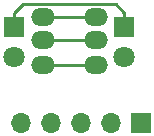
<source format=gbl>
G04 #@! TF.GenerationSoftware,KiCad,Pcbnew,(5.1.10)-1*
G04 #@! TF.CreationDate,2021-06-08T20:19:30+01:00*
G04 #@! TF.ProjectId,Korry_PCB2,4b6f7272-795f-4504-9342-322e6b696361,V1*
G04 #@! TF.SameCoordinates,Original*
G04 #@! TF.FileFunction,Copper,L2,Bot*
G04 #@! TF.FilePolarity,Positive*
%FSLAX46Y46*%
G04 Gerber Fmt 4.6, Leading zero omitted, Abs format (unit mm)*
G04 Created by KiCad (PCBNEW (5.1.10)-1) date 2021-06-08 20:19:30*
%MOMM*%
%LPD*%
G01*
G04 APERTURE LIST*
G04 #@! TA.AperFunction,ComponentPad*
%ADD10O,2.000000X1.500000*%
G04 #@! TD*
G04 #@! TA.AperFunction,ComponentPad*
%ADD11R,1.800000X1.800000*%
G04 #@! TD*
G04 #@! TA.AperFunction,ComponentPad*
%ADD12C,1.800000*%
G04 #@! TD*
G04 #@! TA.AperFunction,ComponentPad*
%ADD13R,1.700000X1.700000*%
G04 #@! TD*
G04 #@! TA.AperFunction,ComponentPad*
%ADD14O,1.700000X1.700000*%
G04 #@! TD*
G04 #@! TA.AperFunction,Conductor*
%ADD15C,0.250000*%
G04 #@! TD*
G04 APERTURE END LIST*
D10*
X62717680Y-46972220D03*
X62717680Y-44932220D03*
X62717680Y-42962220D03*
X67257680Y-42962220D03*
X67257680Y-44932220D03*
X67257680Y-46972220D03*
D11*
X60299600Y-43756580D03*
D12*
X60299600Y-46296580D03*
X69626480Y-46296580D03*
D11*
X69626480Y-43756580D03*
D13*
X70995540Y-51897280D03*
D14*
X68455540Y-51897280D03*
X65915540Y-51897280D03*
X63375540Y-51897280D03*
X60835540Y-51897280D03*
D15*
X69626480Y-42606580D02*
X69626480Y-43756580D01*
X68907110Y-41887210D02*
X69626480Y-42606580D01*
X61018970Y-41887210D02*
X68907110Y-41887210D01*
X60299600Y-42606580D02*
X61018970Y-41887210D01*
X60299600Y-43756580D02*
X60299600Y-42606580D01*
X62717680Y-44932220D02*
X67257680Y-44932220D01*
X62717680Y-46972220D02*
X67257680Y-46972220D01*
X67257680Y-42962220D02*
X62717680Y-42962220D01*
M02*

</source>
